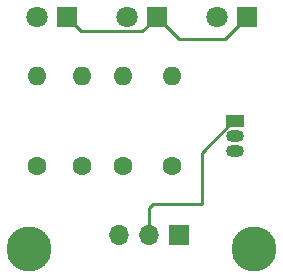
<source format=gbr>
%TF.GenerationSoftware,KiCad,Pcbnew,7.0.1*%
%TF.CreationDate,2023-04-09T02:19:27+02:00*%
%TF.ProjectId,PCB_hello_world,5043425f-6865-46c6-9c6f-5f776f726c64,rev?*%
%TF.SameCoordinates,Original*%
%TF.FileFunction,Copper,L2,Bot*%
%TF.FilePolarity,Positive*%
%FSLAX46Y46*%
G04 Gerber Fmt 4.6, Leading zero omitted, Abs format (unit mm)*
G04 Created by KiCad (PCBNEW 7.0.1) date 2023-04-09 02:19:27*
%MOMM*%
%LPD*%
G01*
G04 APERTURE LIST*
%TA.AperFunction,ComponentPad*%
%ADD10C,1.600000*%
%TD*%
%TA.AperFunction,ComponentPad*%
%ADD11O,1.600000X1.600000*%
%TD*%
%TA.AperFunction,ComponentPad*%
%ADD12R,1.800000X1.800000*%
%TD*%
%TA.AperFunction,ComponentPad*%
%ADD13C,1.800000*%
%TD*%
%TA.AperFunction,ComponentPad*%
%ADD14C,2.600000*%
%TD*%
%TA.AperFunction,ConnectorPad*%
%ADD15C,3.800000*%
%TD*%
%TA.AperFunction,ComponentPad*%
%ADD16R,1.500000X1.050000*%
%TD*%
%TA.AperFunction,ComponentPad*%
%ADD17O,1.500000X1.050000*%
%TD*%
%TA.AperFunction,ComponentPad*%
%ADD18R,1.700000X1.700000*%
%TD*%
%TA.AperFunction,ComponentPad*%
%ADD19O,1.700000X1.700000*%
%TD*%
%TA.AperFunction,Conductor*%
%ADD20C,0.250000*%
%TD*%
G04 APERTURE END LIST*
D10*
%TO.P,R4,1*%
%TO.N,/SIG_5*%
X149860000Y-116205000D03*
D11*
%TO.P,R4,2*%
%TO.N,Net-(Q1-G)*%
X149860000Y-108585000D03*
%TD*%
D10*
%TO.P,R3,1*%
%TO.N,/5V*%
X145775000Y-116205000D03*
D11*
%TO.P,R3,2*%
%TO.N,Net-(D3-A)*%
X145775000Y-108585000D03*
%TD*%
D10*
%TO.P,R2,1*%
%TO.N,/5V*%
X142240000Y-116205000D03*
D11*
%TO.P,R2,2*%
%TO.N,Net-(D2-A)*%
X142240000Y-108585000D03*
%TD*%
D10*
%TO.P,R1,1*%
%TO.N,/5V*%
X138430000Y-116205000D03*
D11*
%TO.P,R1,2*%
%TO.N,Net-(D1-A)*%
X138430000Y-108585000D03*
%TD*%
D12*
%TO.P,D3,1,K*%
%TO.N,Net-(D1-K)*%
X156215000Y-103535000D03*
D13*
%TO.P,D3,2,A*%
%TO.N,Net-(D3-A)*%
X153675000Y-103535000D03*
%TD*%
D14*
%TO.P,H1,1*%
%TO.N,N/C*%
X137795000Y-123190000D03*
D15*
X137795000Y-123190000D03*
%TD*%
D16*
%TO.P,Q1,1,S*%
%TO.N,/GND*%
X155215000Y-112395000D03*
D17*
%TO.P,Q1,2,G*%
%TO.N,Net-(Q1-G)*%
X155215000Y-113665000D03*
%TO.P,Q1,3,D*%
%TO.N,Net-(D1-K)*%
X155215000Y-114935000D03*
%TD*%
D18*
%TO.P,J1,1,Pin_1*%
%TO.N,/SIG_5*%
X150480000Y-121990000D03*
D19*
%TO.P,J1,2,Pin_2*%
%TO.N,/GND*%
X147940000Y-121990000D03*
%TO.P,J1,3,Pin_3*%
%TO.N,/5V*%
X145400000Y-121990000D03*
%TD*%
D12*
%TO.P,D1,1,K*%
%TO.N,Net-(D1-K)*%
X140975000Y-103535000D03*
D13*
%TO.P,D1,2,A*%
%TO.N,Net-(D1-A)*%
X138435000Y-103535000D03*
%TD*%
D12*
%TO.P,D2,1,K*%
%TO.N,Net-(D1-K)*%
X148595000Y-103535000D03*
D13*
%TO.P,D2,2,A*%
%TO.N,Net-(D2-A)*%
X146055000Y-103535000D03*
%TD*%
D14*
%TO.P,H2,1*%
%TO.N,N/C*%
X156845000Y-123190000D03*
D15*
X156845000Y-123190000D03*
%TD*%
D20*
%TO.N,/GND*%
X148275991Y-119380000D02*
X147940000Y-119715991D01*
X147940000Y-119715991D02*
X147940000Y-121990000D01*
X152400000Y-115052918D02*
X152400000Y-119380000D01*
X152400000Y-119380000D02*
X148275991Y-119380000D01*
X155057918Y-112395000D02*
X152400000Y-115052918D01*
X155215000Y-112395000D02*
X155057918Y-112395000D01*
%TO.N,Net-(D1-K)*%
X147370000Y-104760000D02*
X148595000Y-103535000D01*
X142200000Y-104760000D02*
X147370000Y-104760000D01*
X148595000Y-103535000D02*
X150470000Y-105410000D01*
X154340000Y-105410000D02*
X156215000Y-103535000D01*
X140975000Y-103535000D02*
X142200000Y-104760000D01*
X150470000Y-105410000D02*
X154340000Y-105410000D01*
%TD*%
M02*

</source>
